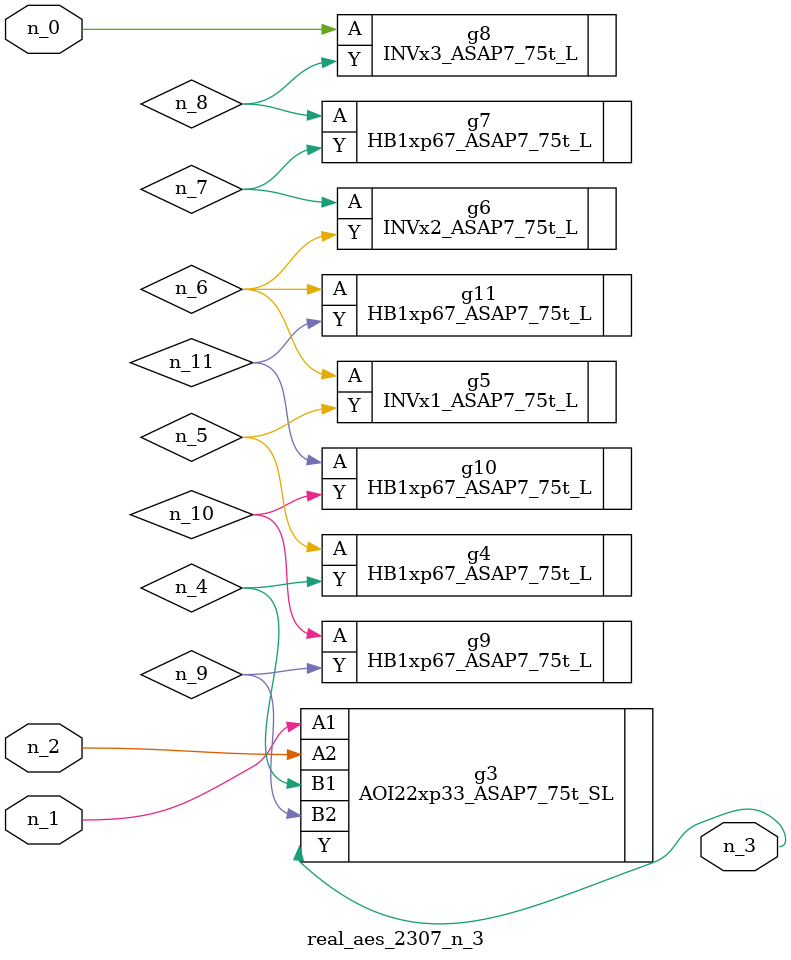
<source format=v>
module real_aes_2307_n_3 (n_0, n_2, n_1, n_3);
input n_0;
input n_2;
input n_1;
output n_3;
wire n_4;
wire n_5;
wire n_7;
wire n_9;
wire n_6;
wire n_8;
wire n_10;
wire n_11;
INVx3_ASAP7_75t_L g8 ( .A(n_0), .Y(n_8) );
AOI22xp33_ASAP7_75t_SL g3 ( .A1(n_1), .A2(n_2), .B1(n_4), .B2(n_9), .Y(n_3) );
HB1xp67_ASAP7_75t_L g4 ( .A(n_5), .Y(n_4) );
INVx1_ASAP7_75t_L g5 ( .A(n_6), .Y(n_5) );
HB1xp67_ASAP7_75t_L g11 ( .A(n_6), .Y(n_11) );
INVx2_ASAP7_75t_L g6 ( .A(n_7), .Y(n_6) );
HB1xp67_ASAP7_75t_L g7 ( .A(n_8), .Y(n_7) );
HB1xp67_ASAP7_75t_L g9 ( .A(n_10), .Y(n_9) );
HB1xp67_ASAP7_75t_L g10 ( .A(n_11), .Y(n_10) );
endmodule
</source>
